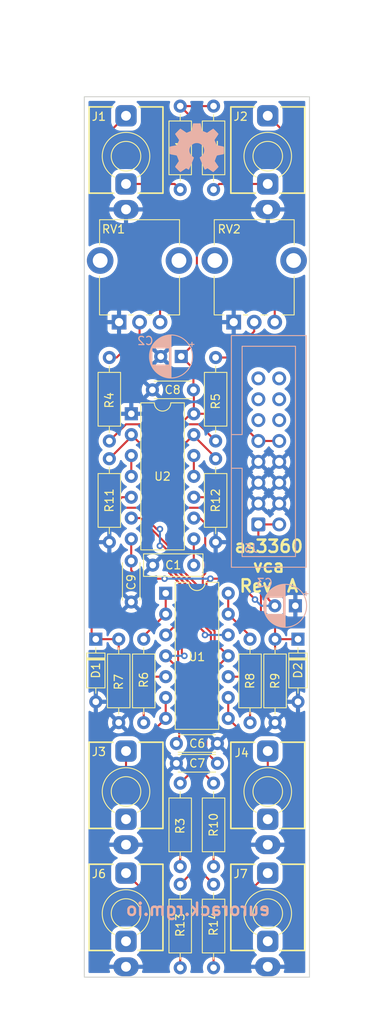
<source format=kicad_pcb>
(kicad_pcb (version 20211014) (generator pcbnew)
  (title_block (title "as3360-vca") (date "2022-11-20") (rev "A"))
  (layers (0 "F.Cu" signal) (31 "B.Cu" signal) (34 "B.Paste" user) (35 "F.Paste" user) (36 "B.SilkS" user "B.Silkscreen") (37 "F.SilkS" user "F.Silkscreen") (38 "B.Mask" user) (39 "F.Mask" user) (44 "Edge.Cuts" user))
  (net 0 "")
  (net 1 "GND")
  (net 2 "Net-(C1-Pad1)")
  (net 3 "+12V")
  (net 4 "-12V")
  (net 5 "VC1")
  (net 6 "Net-(J1-PadTN)")
  (net 7 "Net-(J1-PadT)")
  (net 8 "Net-(J2-PadTN)")
  (net 9 "Net-(J2-PadT)")
  (net 10 "Net-(J3-PadT)")
  (net 11 "Net-(J4-PadT)")
  (net 12 "Net-(J6-PadT)")
  (net 13 "Net-(J7-PadT)")
  (net 14 "II1")
  (net 15 "Net-(R4-Pad2)")
  (net 16 "Net-(R4-Pad1)")
  (net 17 "Net-(R5-Pad2)")
  (net 18 "Net-(R5-Pad1)")
  (net 19 "Net-(R6-Pad2)")
  (net 20 "Net-(R8-Pad2)")
  (net 21 "II2")
  (net 22 "IO1")
  (net 23 "IO2")
  (net 24 "Net-(R13-Pad2)")
  (net 25 "Net-(R14-Pad2)")
  (net 26 "Net-(U2-Pad11)")
  (net 27 "Net-(U2-Pad3)")
  (net 28 "VC2")
  (footprint "Capacitor_THT:C_Rect_L7.0mm_W2.5mm_P5.00mm" (layer "F.Cu") (at 145.669 101.854 180)
    (fp_text reference "C1" (at 2.5 0 180) (layer "F.SilkS"))
    (fp_text value "4.7n")
    (pad "1" thru_hole circle (at 0 0 180) (size 1.6 1.6) (drill 0.8) (layers *.Cu *.Mask) (net 2 "Net-(C1-Pad1)"))
    (pad "2" thru_hole circle (at 5 0 180) (size 1.6 1.6) (drill 0.8) (layers *.Cu *.Mask) (net 1 "GND"))
  )
  (footprint "Capacitor_THT:C_Disc_D4.3mm_W1.9mm_P5.00mm" (layer "F.Cu") (at 143.55 123.571)
    (fp_text reference "C6" (at 2.54 0) (layer "F.SilkS"))
    (fp_text value "100n")
    (pad "1" thru_hole circle (at 0 0) (size 1.6 1.6) (drill 0.8) (layers *.Cu *.Mask) (net 3 "+12V"))
    (pad "2" thru_hole circle (at 5 0) (size 1.6 1.6) (drill 0.8) (layers *.Cu *.Mask) (net 1 "GND"))
  )
  (footprint "Capacitor_THT:C_Disc_D4.3mm_W1.9mm_P5.00mm" (layer "F.Cu") (at 143.55 125.984)
    (fp_text reference "C7" (at 2.54 0) (layer "F.SilkS"))
    (fp_text value "100n")
    (pad "1" thru_hole circle (at 0 0) (size 1.6 1.6) (drill 0.8) (layers *.Cu *.Mask) (net 1 "GND"))
    (pad "2" thru_hole circle (at 5 0) (size 1.6 1.6) (drill 0.8) (layers *.Cu *.Mask) (net 4 "-12V"))
  )
  (footprint "Capacitor_THT:C_Disc_D4.3mm_W1.9mm_P5.00mm" (layer "F.Cu") (at 145.629 80.518 180)
    (fp_text reference "C8" (at 2.54 0) (layer "F.SilkS"))
    (fp_text value "100n")
    (pad "1" thru_hole circle (at 0 0 180) (size 1.6 1.6) (drill 0.8) (layers *.Cu *.Mask) (net 3 "+12V"))
    (pad "2" thru_hole circle (at 5 0 180) (size 1.6 1.6) (drill 0.8) (layers *.Cu *.Mask) (net 1 "GND"))
  )
  (footprint "Capacitor_THT:C_Disc_D4.3mm_W1.9mm_P5.00mm" (layer "F.Cu") (at 138.049 106.346 90)
    (fp_text reference "C9" (at 2.413 0 90) (layer "F.SilkS"))
    (fp_text value "100n")
    (pad "1" thru_hole circle (at 0 0 90) (size 1.6 1.6) (drill 0.8) (layers *.Cu *.Mask) (net 1 "GND"))
    (pad "2" thru_hole circle (at 5 0 90) (size 1.6 1.6) (drill 0.8) (layers *.Cu *.Mask) (net 4 "-12V"))
  )
  (footprint "Diode_THT:D_DO-35_SOD27_P7.62mm_Horizontal" (layer "F.Cu") (at 133.731 110.871 -90)
    (fp_text reference "D1" (at 3.81 0 -270) (layer "F.SilkS"))
    (fp_text value "2v7")
    (pad "1" thru_hole rect (at 0 0 270) (size 1.6 1.6) (drill 0.8) (layers *.Cu *.Mask) (net 5 "VC1"))
    (pad "2" thru_hole oval (at 7.62 0 270) (size 1.6 1.6) (drill 0.8) (layers *.Cu *.Mask) (net 1 "GND"))
  )
  (footprint "Diode_THT:D_DO-35_SOD27_P7.62mm_Horizontal" (layer "F.Cu") (at 158.369 110.871 -90)
    (fp_text reference "D2" (at 3.81 0 90) (layer "F.SilkS"))
    (fp_text value "2v7")
    (pad "1" thru_hole rect (at 0 0 270) (size 1.6 1.6) (drill 0.8) (layers *.Cu *.Mask) (net 28 "VC2"))
    (pad "2" thru_hole oval (at 7.62 0 270) (size 1.6 1.6) (drill 0.8) (layers *.Cu *.Mask) (net 1 "GND"))
  )
  (footprint "eurorack:Jack_3.5mm_QingPu_WQP-PJ398SM_Vertical" (layer "F.Cu") (at 137.414 52.07)
    (fp_text reference "J1" (at -3.302 -4.826) (layer "F.SilkS"))
    (fp_text value "Thonkiconn SM")
    (pad "S" thru_hole oval (at 0 6.48) (size 3.1 2.3) (drill 1.2) (layers *.Cu *.Mask) (net 1 "GND"))
    (pad "T" thru_hole roundrect (at 0 -4.92) (size 2.6 2.6) (drill 1.2) (layers *.Cu *.Mask) (net 7 "Net-(J1-PadT)"))
    (pad "TN" thru_hole roundrect (at 0 3.38) (size 2.6 2.6) (drill 1.2) (layers *.Cu *.Mask) (net 6 "Net-(J1-PadTN)"))
  )
  (footprint "eurorack:Jack_3.5mm_QingPu_WQP-PJ398SM_Vertical" (layer "F.Cu") (at 154.686 52.07)
    (fp_text reference "J2" (at -3.302 -4.826) (layer "F.SilkS"))
    (fp_text value "Thonkiconn SM")
    (pad "S" thru_hole oval (at 0 6.48) (size 3.1 2.3) (drill 1.2) (layers *.Cu *.Mask) (net 1 "GND"))
    (pad "T" thru_hole roundrect (at 0 -4.92) (size 2.6 2.6) (drill 1.2) (layers *.Cu *.Mask) (net 9 "Net-(J2-PadT)"))
    (pad "TN" thru_hole roundrect (at 0 3.38) (size 2.6 2.6) (drill 1.2) (layers *.Cu *.Mask) (net 8 "Net-(J2-PadTN)"))
  )
  (footprint "eurorack:Jack_3.5mm_QingPu_WQP-PJ398SM_Vertical" (layer "F.Cu") (at 137.414 129.413)
    (fp_text reference "J3" (at -3.302 -4.826) (layer "F.SilkS"))
    (fp_text value "Thonkiconn SM")
    (pad "S" thru_hole oval (at 0 6.48) (size 3.1 2.3) (drill 1.2) (layers *.Cu *.Mask) (net 1 "GND"))
    (pad "T" thru_hole roundrect (at 0 -4.92) (size 2.6 2.6) (drill 1.2) (layers *.Cu *.Mask) (net 10 "Net-(J3-PadT)"))
    (pad "TN" thru_hole roundrect (at 0 3.38) (size 2.6 2.6) (drill 1.2) (layers *.Cu *.Mask))
  )
  (footprint "eurorack:Jack_3.5mm_QingPu_WQP-PJ398SM_Vertical" (layer "F.Cu") (at 154.686 129.413)
    (fp_text reference "J4" (at -3.175 -4.699) (layer "F.SilkS"))
    (fp_text value "Thonkiconn SM")
    (pad "S" thru_hole oval (at 0 6.48) (size 3.1 2.3) (drill 1.2) (layers *.Cu *.Mask) (net 1 "GND"))
    (pad "T" thru_hole roundrect (at 0 -4.92) (size 2.6 2.6) (drill 1.2) (layers *.Cu *.Mask) (net 11 "Net-(J4-PadT)"))
    (pad "TN" thru_hole roundrect (at 0 3.38) (size 2.6 2.6) (drill 1.2) (layers *.Cu *.Mask))
  )
  (footprint "eurorack:Jack_3.5mm_QingPu_WQP-PJ398SM_Vertical" (layer "F.Cu") (at 137.414 144.272)
    (fp_text reference "J6" (at -3.302 -4.826) (layer "F.SilkS"))
    (fp_text value "Thonkiconn SM")
    (pad "S" thru_hole oval (at 0 6.48) (size 3.1 2.3) (drill 1.2) (layers *.Cu *.Mask) (net 1 "GND"))
    (pad "T" thru_hole roundrect (at 0 -4.92) (size 2.6 2.6) (drill 1.2) (layers *.Cu *.Mask) (net 12 "Net-(J6-PadT)"))
    (pad "TN" thru_hole roundrect (at 0 3.38) (size 2.6 2.6) (drill 1.2) (layers *.Cu *.Mask))
  )
  (footprint "eurorack:Jack_3.5mm_QingPu_WQP-PJ398SM_Vertical" (layer "F.Cu") (at 154.686 144.272)
    (fp_text reference "J7" (at -3.302 -4.826) (layer "F.SilkS"))
    (fp_text value "Thonkiconn SM")
    (pad "S" thru_hole oval (at 0 6.48) (size 3.1 2.3) (drill 1.2) (layers *.Cu *.Mask) (net 1 "GND"))
    (pad "T" thru_hole roundrect (at 0 -4.92) (size 2.6 2.6) (drill 1.2) (layers *.Cu *.Mask) (net 13 "Net-(J7-PadT)"))
    (pad "TN" thru_hole roundrect (at 0 3.38) (size 2.6 2.6) (drill 1.2) (layers *.Cu *.Mask))
  )
  (footprint "Resistor_THT:R_Axial_DIN0207_L6.3mm_D2.5mm_P10.16mm_Horizontal" (layer "F.Cu") (at 144.018 56.134 90)
    (fp_text reference "R1" (at 5.08 0 90) (layer "F.SilkS"))
    (fp_text value "10k")
    (pad "1" thru_hole circle (at 0 0 90) (size 1.6 1.6) (drill 0.8) (layers *.Cu *.Mask) (net 6 "Net-(J1-PadTN)"))
    (pad "2" thru_hole oval (at 10.16 0 90) (size 1.6 1.6) (drill 0.8) (layers *.Cu *.Mask) (net 3 "+12V"))
  )
  (footprint "Resistor_THT:R_Axial_DIN0207_L6.3mm_D2.5mm_P10.16mm_Horizontal" (layer "F.Cu") (at 148.082 56.134 90)
    (fp_text reference "R2" (at 5.08 0 90) (layer "F.SilkS"))
    (fp_text value "10k")
    (pad "1" thru_hole circle (at 0 0 90) (size 1.6 1.6) (drill 0.8) (layers *.Cu *.Mask) (net 8 "Net-(J2-PadTN)"))
    (pad "2" thru_hole oval (at 10.16 0 90) (size 1.6 1.6) (drill 0.8) (layers *.Cu *.Mask) (net 3 "+12V"))
  )
  (footprint "Resistor_THT:R_Axial_DIN0207_L6.3mm_D2.5mm_P10.16mm_Horizontal" (layer "F.Cu") (at 144.018 128.397 -90)
    (fp_text reference "R3" (at 5.207 0 -270) (layer "F.SilkS"))
    (fp_text value "47k")
    (pad "1" thru_hole circle (at 0 0 270) (size 1.6 1.6) (drill 0.8) (layers *.Cu *.Mask) (net 14 "II1"))
    (pad "2" thru_hole oval (at 10.16 0 270) (size 1.6 1.6) (drill 0.8) (layers *.Cu *.Mask) (net 10 "Net-(J3-PadT)"))
  )
  (footprint "Resistor_THT:R_Axial_DIN0207_L6.3mm_D2.5mm_P10.16mm_Horizontal" (layer "F.Cu") (at 135.382 86.741 90)
    (fp_text reference "R4" (at 4.953 0 90) (layer "F.SilkS"))
    (fp_text value "100k")
    (pad "1" thru_hole circle (at 0 0 90) (size 1.6 1.6) (drill 0.8) (layers *.Cu *.Mask) (net 16 "Net-(R4-Pad1)"))
    (pad "2" thru_hole oval (at 10.16 0 90) (size 1.6 1.6) (drill 0.8) (layers *.Cu *.Mask) (net 15 "Net-(R4-Pad2)"))
  )
  (footprint "Resistor_THT:R_Axial_DIN0207_L6.3mm_D2.5mm_P10.16mm_Horizontal" (layer "F.Cu") (at 148.336 86.741 90)
    (fp_text reference "R5" (at 4.826 0 90) (layer "F.SilkS"))
    (fp_text value "100k")
    (pad "1" thru_hole circle (at 0 0 90) (size 1.6 1.6) (drill 0.8) (layers *.Cu *.Mask) (net 18 "Net-(R5-Pad1)"))
    (pad "2" thru_hole oval (at 10.16 0 90) (size 1.6 1.6) (drill 0.8) (layers *.Cu *.Mask) (net 17 "Net-(R5-Pad2)"))
  )
  (footprint "Resistor_THT:R_Axial_DIN0207_L6.3mm_D2.5mm_P10.16mm_Horizontal" (layer "F.Cu") (at 139.573 121.031 90)
    (fp_text reference "R6" (at 5.207 0 90) (layer "F.SilkS"))
    (fp_text value "51k")
    (pad "1" thru_hole circle (at 0 0 90) (size 1.6 1.6) (drill 0.8) (layers *.Cu *.Mask) (net 5 "VC1"))
    (pad "2" thru_hole oval (at 10.16 0 90) (size 1.6 1.6) (drill 0.8) (layers *.Cu *.Mask) (net 19 "Net-(R6-Pad2)"))
  )
  (footprint "Resistor_THT:R_Axial_DIN0207_L6.3mm_D2.5mm_P10.16mm_Horizontal" (layer "F.Cu") (at 136.525 121.031 90)
    (fp_text reference "R7" (at 4.953 0 90) (layer "F.SilkS"))
    (fp_text value "10k")
    (pad "1" thru_hole circle (at 0 0 90) (size 1.6 1.6) (drill 0.8) (layers *.Cu *.Mask) (net 1 "GND"))
    (pad "2" thru_hole oval (at 10.16 0 90) (size 1.6 1.6) (drill 0.8) (layers *.Cu *.Mask) (net 5 "VC1"))
  )
  (footprint "Resistor_THT:R_Axial_DIN0207_L6.3mm_D2.5mm_P10.16mm_Horizontal" (layer "F.Cu") (at 152.527 121.031 90)
    (fp_text reference "R8" (at 5.08 0 90) (layer "F.SilkS"))
    (fp_text value "51k")
    (pad "1" thru_hole circle (at 0 0 90) (size 1.6 1.6) (drill 0.8) (layers *.Cu *.Mask) (net 28 "VC2"))
    (pad "2" thru_hole oval (at 10.16 0 90) (size 1.6 1.6) (drill 0.8) (layers *.Cu *.Mask) (net 20 "Net-(R8-Pad2)"))
  )
  (footprint "Resistor_THT:R_Axial_DIN0207_L6.3mm_D2.5mm_P10.16mm_Horizontal" (layer "F.Cu") (at 155.575 121.031 90)
    (fp_text reference "R9" (at 5.08 0 90) (layer "F.SilkS"))
    (fp_text value "10k")
    (pad "1" thru_hole circle (at 0 0 90) (size 1.6 1.6) (drill 0.8) (layers *.Cu *.Mask) (net 1 "GND"))
    (pad "2" thru_hole oval (at 10.16 0 90) (size 1.6 1.6) (drill 0.8) (layers *.Cu *.Mask) (net 28 "VC2"))
  )
  (footprint "Resistor_THT:R_Axial_DIN0207_L6.3mm_D2.5mm_P10.16mm_Horizontal" (layer "F.Cu") (at 148.082 128.397 -90)
    (fp_text reference "R10" (at 5.08 0 90) (layer "F.SilkS"))
    (fp_text value "47k")
    (pad "1" thru_hole circle (at 0 0 270) (size 1.6 1.6) (drill 0.8) (layers *.Cu *.Mask) (net 21 "II2"))
    (pad "2" thru_hole oval (at 10.16 0 270) (size 1.6 1.6) (drill 0.8) (layers *.Cu *.Mask) (net 11 "Net-(J4-PadT)"))
  )
  (footprint "Resistor_THT:R_Axial_DIN0207_L6.3mm_D2.5mm_P10.16mm_Horizontal" (layer "F.Cu") (at 135.382 88.9 -90)
    (fp_text reference "R11" (at 5.08 0 -270) (layer "F.SilkS"))
    (fp_text value "47k")
    (pad "1" thru_hole circle (at 0 0 270) (size 1.6 1.6) (drill 0.8) (layers *.Cu *.Mask) (net 22 "IO1"))
    (pad "2" thru_hole oval (at 10.16 0 270) (size 1.6 1.6) (drill 0.8) (layers *.Cu *.Mask) (net 1 "GND"))
  )
  (footprint "Resistor_THT:R_Axial_DIN0207_L6.3mm_D2.5mm_P10.16mm_Horizontal" (layer "F.Cu") (at 148.336 88.9 -90)
    (fp_text reference "R12" (at 5.08 0 90) (layer "F.SilkS"))
    (fp_text value "47k")
    (pad "1" thru_hole circle (at 0 0 270) (size 1.6 1.6) (drill 0.8) (layers *.Cu *.Mask) (net 23 "IO2"))
    (pad "2" thru_hole oval (at 10.16 0 270) (size 1.6 1.6) (drill 0.8) (layers *.Cu *.Mask) (net 1 "GND"))
  )
  (footprint "Resistor_THT:R_Axial_DIN0207_L6.3mm_D2.5mm_P10.16mm_Horizontal" (layer "F.Cu") (at 144.018 150.876 90)
    (fp_text reference "R13" (at 5.207 0 270) (layer "F.SilkS"))
    (fp_text value "1k")
    (pad "1" thru_hole circle (at 0 0 90) (size 1.6 1.6) (drill 0.8) (layers *.Cu *.Mask) (net 12 "Net-(J6-PadT)"))
    (pad "2" thru_hole oval (at 10.16 0 90) (size 1.6 1.6) (drill 0.8) (layers *.Cu *.Mask) (net 24 "Net-(R13-Pad2)"))
  )
  (footprint "Resistor_THT:R_Axial_DIN0207_L6.3mm_D2.5mm_P10.16mm_Horizontal" (layer "F.Cu") (at 148.082 150.876 90)
    (fp_text reference "R14" (at 5.334 0 270) (layer "F.SilkS"))
    (fp_text value "1k")
    (pad "1" thru_hole circle (at 0 0 90) (size 1.6 1.6) (drill 0.8) (layers *.Cu *.Mask) (net 13 "Net-(J7-PadT)"))
    (pad "2" thru_hole oval (at 10.16 0 90) (size 1.6 1.6) (drill 0.8) (layers *.Cu *.Mask) (net 25 "Net-(R14-Pad2)"))
  )
  (footprint "Potentiometer_THT:Potentiometer_Alpha_RD901F-40-00D_Single_Vertical_CircularHoles" (layer "F.Cu") (at 136.565 72.273 90)
    (fp_text reference "RV1" (at 11.313 -0.675) (layer "F.SilkS"))
    (fp_text value "50k")
    (pad "" thru_hole circle (at 7.5 -2.3 180) (size 3.24 3.24) (drill 1.8) (layers *.Cu *.Mask))
    (pad "" thru_hole circle (at 7.5 7.3 180) (size 3.24 3.24) (drill 1.8) (layers *.Cu *.Mask))
    (pad "1" thru_hole rect (at 0 0 180) (size 1.8 1.8) (drill 1) (layers *.Cu *.Mask) (net 1 "GND"))
    (pad "2" thru_hole circle (at 0 2.5 180) (size 1.8 1.8) (drill 1) (layers *.Cu *.Mask) (net 15 "Net-(R4-Pad2)"))
    (pad "3" thru_hole circle (at 0 5 180) (size 1.8 1.8) (drill 1) (layers *.Cu *.Mask) (net 7 "Net-(J1-PadT)"))
  )
  (footprint "Potentiometer_THT:Potentiometer_Alpha_RD901F-40-00D_Single_Vertical_CircularHoles" (layer "F.Cu") (at 150.535 72.273 90)
    (fp_text reference "RV2" (at 11.313 -0.548) (layer "F.SilkS"))
    (fp_text value "50k")
    (pad "" thru_hole circle (at 7.5 -2.3 180) (size 3.24 3.24) (drill 1.8) (layers *.Cu *.Mask))
    (pad "" thru_hole circle (at 7.5 7.3 180) (size 3.24 3.24) (drill 1.8) (layers *.Cu *.Mask))
    (pad "1" thru_hole rect (at 0 0 180) (size 1.8 1.8) (drill 1) (layers *.Cu *.Mask) (net 1 "GND"))
    (pad "2" thru_hole circle (at 0 2.5 180) (size 1.8 1.8) (drill 1) (layers *.Cu *.Mask) (net 17 "Net-(R5-Pad2)"))
    (pad "3" thru_hole circle (at 0 5 180) (size 1.8 1.8) (drill 1) (layers *.Cu *.Mask) (net 9 "Net-(J2-PadT)"))
  )
  (footprint "Package_DIP:DIP-14_W7.62mm" (layer "F.Cu") (at 142.25 105.278)
    (fp_text reference "U1" (at 3.8 7.752) (layer "F.SilkS"))
    (fp_text value "TL074")
    (pad "1" thru_hole rect (at 0 0) (size 1.6 1.6) (drill 0.8) (layers *.Cu *.Mask) (net 19 "Net-(R6-Pad2)"))
    (pad "2" thru_hole oval (at 0 2.54) (size 1.6 1.6) (drill 0.8) (layers *.Cu *.Mask) (net 19 "Net-(R6-Pad2)"))
    (pad "3" thru_hole oval (at 0 5.08) (size 1.6 1.6) (drill 0.8) (layers *.Cu *.Mask) (net 16 "Net-(R4-Pad1)"))
    (pad "4" thru_hole oval (at 0 7.62) (size 1.6 1.6) (drill 0.8) (layers *.Cu *.Mask) (net 3 "+12V"))
    (pad "5" thru_hole oval (at 0 10.16) (size 1.6 1.6) (drill 0.8) (layers *.Cu *.Mask) (net 22 "IO1"))
    (pad "6" thru_hole oval (at 0 12.7) (size 1.6 1.6) (drill 0.8) (layers *.Cu *.Mask) (net 24 "Net-(R13-Pad2)"))
    (pad "7" thru_hole oval (at 0 15.24) (size 1.6 1.6) (drill 0.8) (layers *.Cu *.Mask) (net 24 "Net-(R13-Pad2)"))
    (pad "8" thru_hole oval (at 7.62 15.24) (size 1.6 1.6) (drill 0.8) (layers *.Cu *.Mask) (net 25 "Net-(R14-Pad2)"))
    (pad "9" thru_hole oval (at 7.62 12.7) (size 1.6 1.6) (drill 0.8) (layers *.Cu *.Mask) (net 25 "Net-(R14-Pad2)"))
    (pad "10" thru_hole oval (at 7.62 10.16) (size 1.6 1.6) (drill 0.8) (layers *.Cu *.Mask) (net 23 "IO2"))
    (pad "11" thru_hole oval (at 7.62 7.62) (size 1.6 1.6) (drill 0.8) (layers *.Cu *.Mask) (net 4 "-12V"))
    (pad "12" thru_hole oval (at 7.62 5.08) (size 1.6 1.6) (drill 0.8) (layers *.Cu *.Mask) (net 18 "Net-(R5-Pad1)"))
    (pad "13" thru_hole oval (at 7.62 2.54) (size 1.6 1.6) (drill 0.8) (layers *.Cu *.Mask) (net 20 "Net-(R8-Pad2)"))
    (pad "14" thru_hole oval (at 7.62 0) (size 1.6 1.6) (drill 0.8) (layers *.Cu *.Mask) (net 20 "Net-(R8-Pad2)"))
  )
  (footprint "Package_DIP:DIP-14_W7.62mm" (layer "F.Cu") (at 138.059 83.429)
    (fp_text reference "U2" (at 3.8 7.63) (layer "F.SilkS"))
    (fp_text value "AS3360")
    (pad "1" thru_hole rect (at 0 0) (size 1.6 1.6) (drill 0.8) (layers *.Cu *.Mask) (net 1 "GND"))
    (pad "2" thru_hole oval (at 0 2.54) (size 1.6 1.6) (drill 0.8) (layers *.Cu *.Mask) (net 22 "IO1"))
    (pad "3" thru_hole oval (at 0 5.08) (size 1.6 1.6) (drill 0.8) (layers *.Cu *.Mask) (net 27 "Net-(U2-Pad3)"))
    (pad "4" thru_hole oval (at 0 7.62) (size 1.6 1.6) (drill 0.8) (layers *.Cu *.Mask) (net 27 "Net-(U2-Pad3)"))
    (pad "5" thru_hole oval (at 0 10.16) (size 1.6 1.6) (drill 0.8) (layers *.Cu *.Mask) (net 5 "VC1"))
    (pad "6" thru_hole oval (at 0 12.7) (size 1.6 1.6) (drill 0.8) (layers *.Cu *.Mask) (net 14 "II1"))
    (pad "7" thru_hole oval (at 0 15.24) (size 1.6 1.6) (drill 0.8) (layers *.Cu *.Mask) (net 4 "-12V"))
    (pad "8" thru_hole oval (at 7.62 15.24) (size 1.6 1.6) (drill 0.8) (layers *.Cu *.Mask) (net 2 "Net-(C1-Pad1)"))
    (pad "9" thru_hole oval (at 7.62 12.7) (size 1.6 1.6) (drill 0.8) (layers *.Cu *.Mask) (net 21 "II2"))
    (pad "10" thru_hole oval (at 7.62 10.16) (size 1.6 1.6) (drill 0.8) (layers *.Cu *.Mask) (net 28 "VC2"))
    (pad "11" thru_hole oval (at 7.62 7.62) (size 1.6 1.6) (drill 0.8) (layers *.Cu *.Mask) (net 26 "Net-(U2-Pad11)"))
    (pad "12" thru_hole oval (at 7.62 5.08) (size 1.6 1.6) (drill 0.8) (layers *.Cu *.Mask) (net 26 "Net-(U2-Pad11)"))
    (pad "13" thru_hole oval (at 7.62 2.54) (size 1.6 1.6) (drill 0.8) (layers *.Cu *.Mask) (net 23 "IO2"))
    (pad "14" thru_hole oval (at 7.62 0) (size 1.6 1.6) (drill 0.8) (layers *.Cu *.Mask) (net 3 "+12V"))
  )
  (footprint "eurorack:Eurorack_PCB_6HP" (layer "F.Cu") (at 146.05 98.425)
    (fp_text reference "REF**" hide)
    (fp_text value "Eurorack_PCB_6HP" hide)
    (fp_rect (start 13.716 53.594) (end -13.716 -53.594) (layer "Edge.Cuts") (width 0.12) (fill none))
  )
  (footprint "Capacitor_THT:CP_Radial_D5.0mm_P2.50mm" (layer "B.Cu") (at 144.145 76.454 180)
    (fp_text reference "C2" (at 4.380113 1.905) (layer "B.SilkS") (effects (justify mirror)))
    (fp_text value "10u")
    (pad "1" thru_hole rect (at 0 0 180) (size 1.6 1.6) (drill 0.8) (layers *.Cu *.Mask) (net 3 "+12V"))
    (pad "2" thru_hole circle (at 2.5 0 180) (size 1.6 1.6) (drill 0.8) (layers *.Cu *.Mask) (net 1 "GND"))
  )
  (footprint "Capacitor_THT:CP_Radial_D5.0mm_P2.50mm" (layer "B.Cu") (at 158.050113 106.807 180)
    (fp_text reference "C3" (at 3.745113 2.794) (layer "B.SilkS") (effects (justify mirror)))
    (fp_text value "10u")
    (pad "1" thru_hole rect (at 0 0 180) (size 1.6 1.6) (drill 0.8) (layers *.Cu *.Mask) (net 1 "GND"))
    (pad "2" thru_hole circle (at 2.5 0 180) (size 1.6 1.6) (drill 0.8) (layers *.Cu *.Mask) (net 4 "-12V"))
  )
  (footprint "eurorack:IDC-Header_2x08_P2.54mm_Vertical" (layer "B.Cu") (at 153.543 96.901)
    (fp_text reference "J5" (at -0.889 2.921) (layer "B.SilkS") (effects (justify mirror)))
    (fp_text value "Eurorack PSU")
    (pad "1" thru_hole roundrect (at 0 0) (size 1.7 1.7) (drill 1) (layers *.Cu *.Mask) (roundrect_rratio 0.1470588235) (net 4 "-12V"))
    (pad "2" thru_hole circle (at 2.54 0) (size 1.7 1.7) (drill 1) (layers *.Cu *.Mask) (net 4 "-12V"))
    (pad "3" thru_hole circle (at 0 -2.54) (size 1.7 1.7) (drill 1) (layers *.Cu *.Mask) (net 1 "GND"))
    (pad "4" thru_hole circle (at 2.54 -2.54) (size 1.7 1.7) (drill 1) (layers *.Cu *.Mask) (net 1 "GND"))
    (pad "5" thru_hole circle (at 0 -5.08) (size 1.7 1.7) (drill 1) (layers *.Cu *.Mask) (net 1 "GND"))
    (pad "6" thru_hole circle (at 2.54 -5.08) (size 1.7 1.7) (drill 1) (layers *.Cu *.Mask) (net 1 "GND"))
    (pad "7" thru_hole circle (at 0 -7.62) (size 1.7 1.7) (drill 1) (layers *.Cu *.Mask) (net 1 "GND"))
    (pad "8" thru_hole circle (at 2.54 -7.62) (size 1.7 1.7) (drill 1) (layers *.Cu *.Mask) (net 1 "GND"))
    (pad "9" thru_hole circle (at 0 -10.16) (size 1.7 1.7) (drill 1) (layers *.Cu *.Mask) (net 3 "+12V"))
    (pad "10" thru_hole circle (at 2.54 -10.16) (size 1.7 1.7) (drill 1) (layers *.Cu *.Mask) (net 3 "+12V"))
    (pad "11" thru_hole circle (at 0 -12.7) (size 1.7 1.7) (drill 1) (layers *.Cu *.Mask))
    (pad "12" thru_hole circle (at 2.54 -12.7) (size 1.7 1.7) (drill 1) (layers *.Cu *.Mask))
    (pad "13" thru_hole circle (at 0 -15.24) (size 1.7 1.7) (drill 1) (layers *.Cu *.Mask))
    (pad "14" thru_hole circle (at 2.54 -15.24) (size 1.7 1.7) (drill 1) (layers *.Cu *.Mask))
    (pad "15" thru_hole circle (at 0 -17.78) (size 1.7 1.7) (drill 1) (layers *.Cu *.Mask))
    (pad "16" thru_hole circle (at 2.54 -17.78) (size 1.7 1.7) (drill 1) (layers *.Cu *.Mask))
  )
  (footprint "Symbol:OSHW-Symbol_6.7x6mm_SilkScreen" (layer "B.Cu") (at 146.05 51.054 180)
    (fp_text reference "REF**" hide)
    (fp_text value "OSHW-Symbol_6.7x6mm_SilkScreen" hide)
  )
  (gr_text "eurorack.rgm.io" (at 146.177 143.764) (layer "B.SilkS") (effects (font (size 1.5 1.5) (thickness 0.3)) (justify mirror)))
  (gr_text "as3360\nvca\nRev. A" (at 154.813 101.981) (layer "F.SilkS") (effects (font (size 1.5 1.5) (thickness 0.3))))
  (segment (start 145.669 98.679) (end 145.679 98.669) (width 0.25) (layer "F.Cu") (net 2))
  (segment (start 145.669 101.854) (end 145.669 98.679) (width 0.25) (layer "F.Cu") (net 2))
  (segment (start 150.231 83.429) (end 153.543 86.741) (width 0.25) (layer "F.Cu") (net 3))
  (segment (start 145.679 80.568) (end 145.629 80.518) (width 0.25) (layer "F.Cu") (net 3))
  (segment (start 146.05 74.549) (end 144.145 76.454) (width 0.25) (layer "F.Cu") (net 3))
  (segment (start 146.05 48.006) (end 146.05 74.549) (width 0.25) (layer "F.Cu") (net 3))
  (segment (start 144.214 112.591) (end 144.214 109.666792) (width 0.25) (layer "F.Cu") (net 3))
  (segment (start 143.891 114.554) (end 142.25 112.913) (width 0.25) (layer "F.Cu") (net 3))
  (segment (start 143.118 85.607604) (end 145.296604 83.429) (width 0.25) (layer "F.Cu") (net 3))
  (segment (start 144.018 45.974) (end 148.082 45.974) (width 0.25) (layer "F.Cu") (net 3))
  (segment (start 153.543 86.741) (end 156.083 86.741) (width 0.25) (layer "F.Cu") (net 3))
  (segment (start 143.118 94.352792) (end 143.118 85.607604) (width 0.25) (layer "F.Cu") (net 3))
  (segment (start 143.568 94.802792) (end 143.118 94.352792) (width 0.25) (layer "F.Cu") (net 3))
  (segment (start 145.629 77.938) (end 144.145 76.454) (width 0.25) (layer "F.Cu") (net 3))
  (segment (start 145.679 83.429) (end 150.231 83.429) (width 0.25) (layer "F.Cu") (net 3))
  (segment (start 145.679 83.429) (end 145.679 80.568) (width 0.25) (layer "F.Cu") (net 3))
  (segment (start 144.018 45.974) (end 146.05 48.006) (width 0.25) (layer "F.Cu") (net 3))
  (segment (start 145.296604 83.429) (end 145.679 83.429) (width 0.25) (layer "F.Cu") (net 3))
  (segment (start 145.865 104.718396) (end 143.568 102.421396) (width 0.25) (layer "F.Cu") (net 3))
  (segment (start 143.891 123.23) (end 143.891 114.554) (width 0.25) (layer "F.Cu") (net 3))
  (segment (start 144.214 109.666792) (end 145.865 108.015792) (width 0.25) (layer "F.Cu") (net 3))
  (segment (start 143.568 102.421396) (end 143.568 94.802792) (width 0.25) (layer "F.Cu") (net 3))
  (segment (start 142.25 112.913) (end 142.25 112.898) (width 0.25) (layer "F.Cu") (net 3))
  (segment (start 145.865 108.015792) (end 145.865 104.718396) (width 0.25) (layer "F.Cu") (net 3))
  (segment (start 144.526 112.903) (end 144.214 112.591) (width 0.25) (layer "F.Cu") (net 3))
  (segment (start 143.55 123.571) (end 143.891 123.23) (width 0.25) (layer "F.Cu") (net 3))
  (segment (start 145.629 80.518) (end 145.629 77.938) (width 0.25) (layer "F.Cu") (net 3))
  (via (at 144.526 112.903) (size 0.8) (drill 0.4) (layers "F.Cu" "B.Cu") (net 3))
  (segment (start 144.521 112.898) (end 142.25 112.898) (width 0.25) (layer "B.Cu") (net 3))
  (segment (start 144.526 112.903) (end 144.521 112.898) (width 0.25) (layer "B.Cu") (net 3))
  (segment (start 147.701 103.505) (end 147.215 103.991) (width 0.25) (layer "F.Cu") (net 4))
  (segment (start 138.049 101.346) (end 138.049 98.679) (width 0.25) (layer "F.Cu") (net 4))
  (segment (start 153.543 99.439604) (end 153.543 96.901) (width 0.25) (layer "F.Cu") (net 4))
  (segment (start 138.049 102.489) (end 138.049 101.346) (width 0.25) (layer "F.Cu") (net 4))
  (segment (start 147.215 103.991) (end 147.215 108.881299) (width 0.25) (layer "F.Cu") (net 4))
  (segment (start 153.543 96.901) (end 156.083 96.901) (width 0.25) (layer "F.Cu") (net 4))
  (segment (start 153.1305 106.0135) (end 150.622 103.505) (width 0.25) (layer "F.Cu") (net 4))
  (segment (start 148.209 114.559) (end 148.209 121.539) (width 0.25) (layer "F.Cu") (net 4))
  (segment (start 139.065 103.505) (end 138.049 102.489) (width 0.25) (layer "F.Cu") (net 4))
  (segment (start 147.193 122.555) (end 147.193 124.627) (width 0.25) (layer "F.Cu") (net 4))
  (segment (start 148.2095 109.875799) (end 148.2095 111.2375) (width 0.25) (layer "F.Cu") (net 4))
  (segment (start 147.193 124.627) (end 148.55 125.984) (width 0.25) (layer "F.Cu") (net 4))
  (segment (start 155.550113 106.807) (end 154.755 106.011887) (width 0.25) (layer "F.Cu") (net 4))
  (segment (start 150.622 103.505) (end 147.701 103.505) (width 0.25) (layer "F.Cu") (net 4))
  (segment (start 148.2095 111.2375) (end 149.87 112.898) (width 0.25) (layer "F.Cu") (net 4))
  (segment (start 154.755 106.011887) (end 154.755 100.651604) (width 0.25) (layer "F.Cu") (net 4))
  (segment (start 147.215 108.881299) (end 148.2095 109.875799) (width 0.25) (layer "F.Cu") (net 4))
  (segment (start 148.209 121.539) (end 147.193 122.555) (width 0.25) (layer "F.Cu") (net 4))
  (segment (start 142.113 103.505) (end 139.065 103.505) (width 0.25) (layer "F.Cu") (net 4))
  (segment (start 154.755 100.651604) (end 153.543 99.439604) (width 0.25) (layer "F.Cu") (net 4))
  (segment (start 153.1305 106.045) (end 153.1305 106.0135) (width 0.25) (layer "F.Cu") (net 4))
  (segment (start 138.049 98.679) (end 138.059 98.669) (width 0.25) (layer "F.Cu") (net 4))
  (segment (start 149.87 112.898) (end 148.209 114.559) (width 0.25) (layer "F.Cu") (net 4))
  (via (at 142.113 103.505) (size 0.8) (drill 0.4) (layers "F.Cu" "B.Cu") (net 4))
  (via (at 147.701 103.505) (size 0.8) (drill 0.4) (layers "F.Cu" "B.Cu") (net 4))
  (via (at 153.1305 106.045) (size 0.8) (drill 0.4) (layers "F.Cu" "B.Cu") (net 4))
  (segment (start 153.1305 106.045) (end 153.8925 106.807) (width 0.25) (layer "B.Cu") (net 4))
  (segment (start 153.8925 106.807) (end 155.550113 106.807) (width 0.25) (layer "B.Cu") (net 4))
  (segment (start 147.701 103.505) (end 142.113 103.505) (width 0.25) (layer "B.Cu") (net 4))
  (segment (start 139.573 117.602) (end 136.525 114.554) (width 0.25) (layer "F.Cu") (net 5))
  (segment (start 133.223 110.363) (end 133.223 97.282) (width 0.25) (layer "F.Cu") (net 5))
  (segment (start 136.916 93.589) (end 138.059 93.589) (width 0.25) (layer "F.Cu") (net 5))
  (segment (start 133.731 110.871) (end 136.525 110.871) (width 0.25) (layer "F.Cu") (net 5))
  (segment (start 133.731 110.871) (end 133.223 110.363) (width 0.25) (layer "F.Cu") (net 5))
  (segment (start 133.223 97.282) (end 136.916 93.589) (width 0.25) (layer "F.Cu") (net 5))
  (segment (start 136.525 114.554) (end 136.525 110.871) (width 0.25) (layer "F.Cu") (net 5))
  (segment (start 139.573 121.031) (end 139.573 117.602) (width 0.25) (layer "F.Cu") (net 5))
  (segment (start 143.334 55.45) (end 144.018 56.134) (width 0.25) (layer "F.Cu") (net 6))
  (segment (start 137.414 55.45) (end 143.334 55.45) (width 0.25) (layer "F.Cu") (net 6))
  (segment (start 141.565 67.397) (end 141.565 72.273) (width 0.25) (layer "F.Cu") (net 7))
  (segment (start 137.414 47.15) (end 137.381 47.15) (width 0.25) (layer "F.Cu") (net 7))
  (segment (start 137.381 47.15) (end 135.128 49.403) (width 0.25) (layer "F.Cu") (net 7))
  (segment (start 135.128 49.403) (end 135.128 60.96) (width 0.25) (layer "F.Cu") (net 7))
  (segment (start 135.128 60.96) (end 141.565 67.397) (width 0.25) (layer "F.Cu") (net 7))
  (segment (start 154.686 55.45) (end 148.766 55.45) (width 0.25) (layer "F.Cu") (net 8))
  (segment (start 148.766 55.45) (end 148.082 56.134) (width 0.25) (layer "F.Cu") (net 8))
  (segment (start 154.686 47.15) (end 154.719 47.15) (width 0.25) (layer "F.Cu") (net 9))
  (segment (start 155.535 62.651) (end 155.535 72.273) (width 0.25) (layer "F.Cu") (net 9))
  (segment (start 154.719 47.15) (end 157.099 49.53) (width 0.25) (layer "F.Cu") (net 9))
  (segment (start 157.099 61.087) (end 155.535 62.651) (width 0.25) (layer "F.Cu") (net 9))
  (segment (start 157.099 49.53) (end 157.099 61.087) (width 0.25) (layer "F.Cu") (net 9))
  (segment (start 144.018 133.096) (end 137.414 126.492) (width 0.25) (layer "F.Cu") (net 10))
  (segment (start 144.018 138.557) (end 144.018 133.096) (width 0.25) (layer "F.Cu") (net 10))
  (segment (start 137.414 126.492) (end 137.414 124.493) (width 0.25) (layer "F.Cu") (net 10))
  (segment (start 148.082 133.096) (end 154.686 126.492) (width 0.25) (layer "F.Cu") (net 11))
  (segment (start 148.082 138.557) (end 148.082 133.096) (width 0.25) (layer "F.Cu") (net 11))
  (segment (start 154.686 126.492) (end 154.686 124.493) (width 0.25) (layer "F.Cu") (net 11))
  (segment (start 144.018 145.956) (end 137.414 139.352) (width 0.25) (layer "F.Cu") (net 12))
  (segment (start 144.018 150.876) (end 144.018 145.956) (width 0.25) (layer "F.Cu") (net 12))
  (segment (start 148.082 145.956) (end 154.686 139.352) (width 0.25) (layer "F.Cu") (net 13))
  (segment (start 148.082 150.876) (end 148.082 145.956) (width 0.25) (layer "F.Cu") (net 13))
  (segment (start 144.341 114.367604) (end 143.764 113.790604) (width 0.25) (layer "F.Cu") (net 14))
  (segment (start 145.034 127.381) (end 145.034 122.682) (width 0.25) (layer "F.Cu") (net 14))
  (segment (start 139.182 96.129) (end 138.059 96.129) (width 0.25) (layer "F.Cu") (net 14))
  (segment (start 144.018 128.397) (end 145.034 127.381) (width 0.25) (layer "F.Cu") (net 14))
  (segment (start 144.341 121.989) (end 144.341 114.367604) (width 0.25) (layer "F.Cu") (net 14))
  (segment (start 145.415 107.829396) (end 145.415 104.904792) (width 0.25) (layer "F.Cu") (net 14))
  (segment (start 143.764 113.790604) (end 143.764 109.480396) (width 0.25) (layer "F.Cu") (net 14))
  (segment (start 143.118 100.065) (end 139.182 96.129) (width 0.25) (layer "F.Cu") (net 14))
  (segment (start 145.415 104.904792) (end 143.118 102.607792) (width 0.25) (layer "F.Cu") (net 14))
  (segment (start 145.034 122.682) (end 144.341 121.989) (width 0.25) (layer "F.Cu") (net 14))
  (segment (start 143.118 102.607792) (end 143.118 100.065) (width 0.25) (layer "F.Cu") (net 14))
  (segment (start 143.764 109.480396) (end 145.415 107.829396) (width 0.25) (layer "F.Cu") (net 14))
  (segment (start 136.271 76.581) (end 139.065 73.787) (width 0.25) (layer "F.Cu") (net 15))
  (segment (start 139.065 73.787) (end 139.065 72.273) (width 0.25) (layer "F.Cu") (net 15))
  (segment (start 135.382 76.581) (end 136.271 76.581) (width 0.25) (layer "F.Cu") (net 15))
  (segment (start 144.965 105.091188) (end 144.965 107.638) (width 0.25) (layer "F.Cu") (net 16))
  (segment (start 144.907 107.701) (end 142.25 110.358) (width 0.25) (layer "F.Cu") (net 16))
  (segment (start 144.907 107.696) (end 144.907 107.701) (width 0.25) (layer "F.Cu") (net 16))
  (segment (start 137.414 84.709) (end 135.382 86.741) (width 0.25) (layer "F.Cu") (net 16))
  (segment (start 142.668 102.794188) (end 144.965 105.091188) (width 0.25) (layer "F.Cu") (net 16))
  (segment (start 141.5458 97.4682) (end 141.157596 97.4682) (width 0.25) (layer "F.Cu") (net 16))
  (segment (start 141.157596 97.4682) (end 140.15 96.460604) (width 0.25) (layer "F.Cu") (net 16))
  (segment (start 141.537201 99.508799) (end 141.925403 99.508799) (width 0.25) (layer "F.Cu") (net 16))
  (segment (start 139.065 84.709) (end 137.414 84.709) (width 0.25) (layer "F.Cu") (net 16))
  (segment (start 140.15 85.794) (end 139.065 84.709) (width 0.25) (layer "F.Cu") (net 16))
  (segment (start 144.965 107.638) (end 144.907 107.696) (width 0.25) (layer "F.Cu") (net 16))
  (segment (start 142.668 100.251396) (end 142.668 102.794188) (width 0.25) (layer "F.Cu") (net 16))
  (segment (start 141.925403 99.508799) (end 142.668 100.251396) (width 0.25) (layer "F.Cu") (net 16))
  (segment (start 140.15 96.460604) (end 140.15 85.794) (width 0.25) (layer "F.Cu") (net 16))
  (via (at 141.537201 99.508799) (size 0.8) (drill 0.4) (layers "F.Cu" "B.Cu") (net 16))
  (via (at 141.5458 97.4682) (size 0.8) (drill 0.4) (layers "F.Cu" "B.Cu") (net 16))
  (segment (start 141.5458 97.4682) (end 141.5458 99.5002) (width 0.25) (layer "B.Cu") (net 16))
  (segment (start 141.5458 99.5002) (end 141.537201 99.508799) (width 0.25) (layer "B.Cu") (net 16))
  (segment (start 153.035 73.406) (end 153.035 72.273) (width 0.25) (layer "F.Cu") (net 17))
  (segment (start 149.86 76.581) (end 153.035 73.406) (width 0.25) (layer "F.Cu") (net 17))
  (segment (start 148.336 76.581) (end 149.86 76.581) (width 0.25) (layer "F.Cu") (net 17))
  (segment (start 147.035 110.101591) (end 146.315 109.381591) (width 0.25) (layer "F.Cu") (net 18))
  (segment (start 144.018 94.616396) (end 143.568 94.166396) (width 0.25) (layer "F.Cu") (net 18))
  (segment (start 144.653 84.709) (end 146.304 84.709) (width 0.25) (layer "F.Cu") (net 18))
  (segment (start 144.018 102.235) (end 144.018 94.616396) (width 0.25) (layer "F.Cu") (net 18))
  (segment (start 143.568 94.166396) (end 143.568 85.794) (width 0.25) (layer "F.Cu") (net 18))
  (segment (start 146.315 109.381591) (end 146.315 104.532) (width 0.25) (layer "F.Cu") (net 18))
  (segment (start 147.035 110.363) (end 147.035 110.101591) (width 0.25) (layer "F.Cu") (net 18))
  (segment (start 146.315 104.532) (end 144.018 102.235) (width 0.25) (layer "F.Cu") (net 18))
  (segment (start 143.568 85.794) (end 144.653 84.709) (width 0.25) (layer "F.Cu") (net 18))
  (segment (start 146.304 84.709) (end 148.336 86.741) (width 0.25) (layer "F.Cu") (net 18))
  (via (at 147.035 110.363) (size 0.8) (drill 0.4) (layers "F.Cu" "B.Cu") (net 18))
  (segment (start 147.04 110.358) (end 149.87 110.358) (width 0.25) (layer "B.Cu") (net 18))
  (segment (start 139.573 110.495) (end 139.573 110.871) (width 0.25) (layer "F.Cu") (net 19))
  (segment (start 142.25 107.818) (end 142.25 105.278) (width 0.25) (layer "F.Cu") (net 19))
  (segment (start 142.25 107.818) (end 139.573 110.495) (width 0.25) (layer "F.Cu") (net 19))
  (segment (start 149.87 107.818) (end 152.527 110.475) (width 0.25) (layer "F.Cu") (net 20))
  (segment (start 152.527 110.475) (end 152.527 110.871) (width 0.25) (layer "F.Cu") (net 20))
  (segment (start 149.87 107.818) (end 149.87 105.278) (width 0.25) (layer "F.Cu") (net 20))
  (segment (start 147.7595 121.352104) (end 147.7595 110.062195) (width 0.25) (layer "F.Cu") (net 21))
  (segment (start 148.082 128.397) (end 146.743 127.058) (width 0.25) (layer "F.Cu") (net 21))
  (segment (start 146.743 122.368604) (end 147.7595 121.352104) (width 0.25) (layer "F.Cu") (net 21))
  (segment (start 146.765 109.067695) (end 146.765 103.171) (width 0.25) (layer "F.Cu") (net 21))
  (segment (start 146.421 96.129) (end 145.679 96.129) (width 0.25) (layer "F.Cu") (net 21))
  (segment (start 147.066 102.87) (end 147.066 96.774) (width 0.25) (layer "F.Cu") (net 21))
  (segment (start 146.743 127.058) (end 146.743 122.368604) (width 0.25) (layer "F.Cu") (net 21))
  (segment (start 147.7595 110.062195) (end 146.765 109.067695) (width 0.25) (layer "F.Cu") (net 21))
  (segment (start 147.066 96.774) (end 146.421 96.129) (width 0.25) (layer "F.Cu") (net 21))
  (segment (start 146.765 103.171) (end 147.066 102.87) (width 0.25) (layer "F.Cu") (net 21))
  (segment (start 139.7 94.234) (end 139.7 87.61) (width 0.25) (layer "F.Cu") (net 22))
  (segment (start 138.059 86.223) (end 138.059 85.969) (width 0.25) (layer "F.Cu") (net 22))
  (segment (start 133.673 105.733) (end 133.673 97.468396) (width 0.25) (layer "F.Cu") (net 22))
  (segment (start 138.049 112.649) (end 138.049 110.109) (width 0.25) (layer "F.Cu") (net 22))
  (segment (start 140.838 115.438) (end 138.049 112.649) (width 0.25) (layer "F.Cu") (net 22))
  (segment (start 133.673 97.468396) (end 136.272396 94.869) (width 0.25) (layer "F.Cu") (net 22))
  (segment (start 135.382 88.9) (end 138.059 86.223) (width 0.25) (layer "F.Cu") (net 22))
  (segment (start 138.049 110.109) (end 133.673 105.733) (width 0.25) (layer "F.Cu") (net 22))
  (segment (start 136.272396 94.869) (end 139.065 94.869) (width 0.25) (layer "F.Cu") (net 22))
  (segment (start 142.25 115.438) (end 140.838 115.438) (width 0.25) (layer "F.Cu") (net 22))
  (segment (start 139.7 87.61) (end 138.059 85.969) (width 0.25) (layer "F.Cu") (net 22))
  (segment (start 139.065 94.869) (end 139.7 94.234) (width 0.25) (layer "F.Cu") (net 22))
  (segment (start 152.278 115.438) (end 154.051 113.665) (width 0.25) (layer "F.Cu") (net 23))
  (segment (start 144.907 94.869) (end 144.018 93.98) (width 0.25) (layer "F.Cu") (net 23))
  (segment (start 153.855 101.024396) (end 147.699604 94.869) (width 0.25) (layer "F.Cu") (net 23))
  (segment (start 149.87 115.438) (end 152.278 115.438) (width 0.25) (layer "F.Cu") (net 23))
  (segment (start 154.051 113.665) (end 154.051 108.459396) (width 0.25) (layer "F.Cu") (net 23))
  (segment (start 145.679 85.969) (end 145.679 86.116) (width 0.25) (layer "F.Cu") (net 23))
  (segment (start 154.051 108.459396) (end 153.855 108.263396) (width 0.25) (layer "F.Cu") (net 23))
  (segment (start 153.855 108.263396) (end 153.855 101.024396) (width 0.25) (layer "F.Cu") (net 23))
  (segment (start 148.336 88.773) (end 148.336 88.9) (width 0.25) (layer "F.Cu") (net 23))
  (segment (start 144.018 87.63) (end 145.679 85.969) (width 0.25) (layer "F.Cu") (net 23))
  (segment (start 144.018 93.98) (end 144.018 87.63) (width 0.25) (layer "F.Cu") (net 23))
  (segment (start 145.679 86.116) (end 148.336 88.773) (width 0.25) (layer "F.Cu") (net 23))
  (segment (start 147.699604 94.869) (end 144.907 94.869) (width 0.25) (layer "F.Cu") (net 23))
  (segment (start 142.25 120.518) (end 142.25 117.978) (width 0.25) (layer "F.Cu") (net 24))
  (segment (start 144.468 136.721) (end 144.468 132.909604) (width 0.25) (layer "F.Cu") (net 24))
  (segment (start 141.097 121.671) (end 142.25 120.518) (width 0.25) (layer "F.Cu") (net 24))
  (segment (start 145.542 139.192) (end 145.542 137.795) (width 0.25) (layer "F.Cu") (net 24))
  (segment (start 144.018 140.716) (end 145.542 139.192) (width 0.25) (layer "F.Cu") (net 24))
  (segment (start 141.097 129.538604) (end 141.097 121.671) (width 0.25) (layer "F.Cu") (net 24))
  (segment (start 144.468 132.909604) (end 141.097 129.538604) (width 0.25) (layer "F.Cu") (net 24))
  (segment (start 145.542 137.795) (end 144.468 136.721) (width 0.25) (layer "F.Cu") (net 24))
  (segment (start 151.003 129.538604) (end 151.003 121.651) (width 0.25) (layer "F.Cu") (net 25))
  (segment (start 149.87 120.518) (end 149.87 117.978) (width 0.25) (layer "F.Cu") (net 25))
  (segment (start 151.003 121.651) (end 149.87 120.518) (width 0.25) (layer "F.Cu") (net 25))
  (segment (start 146.558 137.795) (end 147.632 136.721) (width 0.25) (layer "F.Cu") (net 25))
  (segment (start 148.082 140.716) (end 146.558 139.192) (width 0.25) (layer "F.Cu") (net 25))
  (segment (start 147.632 136.721) (end 147.632 132.909604) (width 0.25) (layer "F.Cu") (net 25))
  (segment (start 146.558 139.192) (end 146.558 137.795) (width 0.25) (layer "F.Cu") (net 25))
  (segment (start 147.632 132.909604) (end 151.003 129.538604) (width 0.25) (layer "F.Cu") (net 25))
  (segment (start 145.679 91.049) (end 145.679 88.509) (width 0.25) (layer "F.Cu") (net 26))
  (segment (start 138.059 91.049) (end 138.059 88.509) (width 0.25) (layer "F.Cu") (net 27))
  (segment (start 152.527 121.031) (end 152.527 117.602) (width 0.25) (layer "F.Cu") (net 28))
  (segment (start 152.527 117.602) (end 155.575 114.554) (width 0.25) (layer "F.Cu") (net 28))
  (segment (start 155.575 110.871) (end 155.575 109.347) (width 0.25) (layer "F.Cu") (net 28))
  (segment (start 155.575 110.871) (end 158.369 110.871) (width 0.25) (layer "F.Cu") (net 28))
  (segment (start 155.575 114.554) (end 155.575 110.871) (width 0.25) (layer "F.Cu") (net 28))
  (segment (start 147.056 93.589) (end 145.679 93.589) (width 0.25) (layer "F.Cu") (net 28))
  (segment (start 154.305 108.077) (end 154.305 100.838) (width 0.25) (layer "F.Cu") (net 28))
  (segment (start 154.305 100.838) (end 147.056 93.589) (width 0.25) (layer "F.Cu") (net 28))
  (segment (start 155.575 109.347) (end 154.305 108.077) (width 0.25) (layer "F.Cu") (net 28))
  (zone (net 1) (net_name "GND") (layer "B.Cu") (connect_pads (clearance 0.508)) (min_thickness 0.254) (fill yes (thermal_gap 0.508) (thermal_bridge_width 0.508))
    (polygon (pts (xy 159.766 151.892) (xy 132.334 152.019) (xy 132.334 44.831) (xy 159.766 44.831)))
  )
)
</source>
